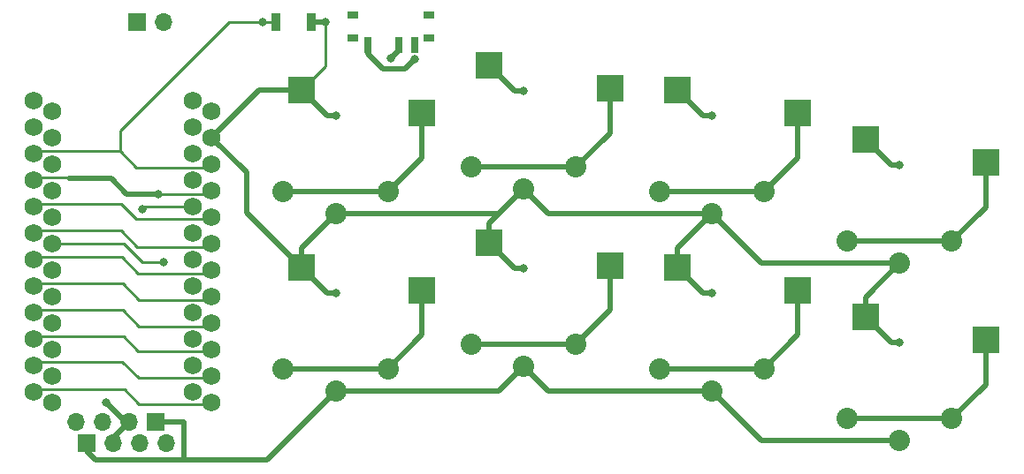
<source format=gbr>
%TF.GenerationSoftware,KiCad,Pcbnew,5.1.8*%
%TF.CreationDate,2021-03-07T13:16:49-06:00*%
%TF.ProjectId,small-paintbrush-hotswap,736d616c-6c2d-4706-9169-6e7462727573,rev?*%
%TF.SameCoordinates,Original*%
%TF.FileFunction,Copper,L2,Bot*%
%TF.FilePolarity,Positive*%
%FSLAX46Y46*%
G04 Gerber Fmt 4.6, Leading zero omitted, Abs format (unit mm)*
G04 Created by KiCad (PCBNEW 5.1.8) date 2021-03-07 13:16:49*
%MOMM*%
%LPD*%
G01*
G04 APERTURE LIST*
%TA.AperFunction,SMDPad,CuDef*%
%ADD10R,1.000000X0.800000*%
%TD*%
%TA.AperFunction,SMDPad,CuDef*%
%ADD11R,0.700000X1.500000*%
%TD*%
%TA.AperFunction,ComponentPad*%
%ADD12C,1.752600*%
%TD*%
%TA.AperFunction,ComponentPad*%
%ADD13C,2.032000*%
%TD*%
%TA.AperFunction,SMDPad,CuDef*%
%ADD14R,2.600000X2.600000*%
%TD*%
%TA.AperFunction,ComponentPad*%
%ADD15O,1.700000X1.700000*%
%TD*%
%TA.AperFunction,ComponentPad*%
%ADD16R,1.700000X1.700000*%
%TD*%
%TA.AperFunction,SMDPad,CuDef*%
%ADD17R,0.900000X1.700000*%
%TD*%
%TA.AperFunction,ViaPad*%
%ADD18C,0.800000*%
%TD*%
%TA.AperFunction,Conductor*%
%ADD19C,0.508000*%
%TD*%
%TA.AperFunction,Conductor*%
%ADD20C,0.254000*%
%TD*%
G04 APERTURE END LIST*
D10*
%TO.P,SW1,*%
%TO.N,*%
X107551737Y-22679425D03*
X114851737Y-22679425D03*
X114851737Y-20469425D03*
X107551737Y-20469425D03*
D11*
%TO.P,SW1,3*%
%TO.N,Net-(SW1-Pad3)*%
X113451737Y-23329425D03*
%TO.P,SW1,2*%
%TO.N,Net-(J1-Pad2)*%
X111951737Y-23329425D03*
%TO.P,SW1,1*%
%TO.N,Net-(J1-Pad1)*%
X108951737Y-23329425D03*
%TD*%
D12*
%TO.P,U2,1*%
%TO.N,Net-(U2-Pad1)*%
X92221739Y-28629424D03*
%TO.P,U2,2*%
%TO.N,Net-(U2-Pad2)*%
X92221739Y-31169424D03*
%TO.P,U2,3*%
%TO.N,GND*%
X92221739Y-33709424D03*
%TO.P,U2,4*%
X92221739Y-36249424D03*
%TO.P,U2,5*%
%TO.N,SDA*%
X92221739Y-38789424D03*
%TO.P,U2,6*%
%TO.N,SCL*%
X92221739Y-41329424D03*
%TO.P,U2,7*%
%TO.N,Net-(U2-Pad7)*%
X92221739Y-43869424D03*
%TO.P,U2,8*%
%TO.N,Net-(U2-Pad8)*%
X92221739Y-46409424D03*
%TO.P,U2,9*%
%TO.N,Net-(U2-Pad9)*%
X92221739Y-48949424D03*
%TO.P,U2,10*%
%TO.N,Net-(U2-Pad10)*%
X92221739Y-51489424D03*
%TO.P,U2,11*%
%TO.N,Net-(U2-Pad11)*%
X92221739Y-54029424D03*
%TO.P,U2,13*%
%TO.N,R2C4*%
X76981739Y-56569424D03*
%TO.P,U2,14*%
%TO.N,R2C3*%
X76981739Y-54029424D03*
%TO.P,U2,15*%
%TO.N,R2C2*%
X76981739Y-51489424D03*
%TO.P,U2,16*%
%TO.N,R2C1*%
X76981739Y-48949424D03*
%TO.P,U2,17*%
%TO.N,R1C4*%
X76981739Y-46409424D03*
%TO.P,U2,18*%
%TO.N,R1C3*%
X76981739Y-43869424D03*
%TO.P,U2,19*%
%TO.N,R1C2*%
X76981739Y-41329424D03*
%TO.P,U2,20*%
%TO.N,R1C1*%
X76981739Y-38789424D03*
%TO.P,U2,21*%
%TO.N,VCC*%
X76981739Y-36249424D03*
%TO.P,U2,22*%
%TO.N,RST*%
X76981739Y-33709424D03*
%TO.P,U2,23*%
%TO.N,GND*%
X76981739Y-31169424D03*
%TO.P,U2,12*%
%TO.N,Net-(U2-Pad12)*%
X92221739Y-56569424D03*
%TO.P,U2,24*%
%TO.N,Net-(U2-Pad24)*%
X76981739Y-28629424D03*
%TD*%
D13*
%TO.P,KEY3,2*%
%TO.N,R1C3*%
X146901739Y-37399426D03*
%TO.P,KEY3,1*%
%TO.N,GND*%
X141901739Y-39499426D03*
D14*
X138626739Y-27649426D03*
%TO.P,KEY3,2*%
%TO.N,R1C3*%
X150176739Y-29849426D03*
D13*
X136901739Y-37399426D03*
%TD*%
%TO.P,KEY8,2*%
%TO.N,R2C4*%
X164901739Y-59149423D03*
%TO.P,KEY8,1*%
%TO.N,GND*%
X159901739Y-61249423D03*
D14*
X156626739Y-49399423D03*
%TO.P,KEY8,2*%
%TO.N,R2C4*%
X168176739Y-51599423D03*
D13*
X154901739Y-59149423D03*
%TD*%
%TO.P,KEY7,2*%
%TO.N,R2C3*%
X146901739Y-54399426D03*
%TO.P,KEY7,1*%
%TO.N,GND*%
X141901739Y-56499426D03*
D14*
X138626739Y-44649426D03*
%TO.P,KEY7,2*%
%TO.N,R2C3*%
X150176739Y-46849426D03*
D13*
X136901739Y-54399426D03*
%TD*%
%TO.P,KEY6,2*%
%TO.N,R2C2*%
X118901739Y-52019424D03*
D14*
X132176739Y-44469424D03*
%TO.P,KEY6,1*%
%TO.N,GND*%
X120626739Y-42269424D03*
D13*
X123901739Y-54119424D03*
%TO.P,KEY6,2*%
%TO.N,R2C2*%
X128901739Y-52019424D03*
%TD*%
%TO.P,KEY5,2*%
%TO.N,R2C1*%
X110901736Y-54399424D03*
%TO.P,KEY5,1*%
%TO.N,GND*%
X105901736Y-56499424D03*
D14*
X102626736Y-44649424D03*
%TO.P,KEY5,2*%
%TO.N,R2C1*%
X114176736Y-46849424D03*
D13*
X100901736Y-54399424D03*
%TD*%
%TO.P,KEY4,2*%
%TO.N,R1C4*%
X164901737Y-42149424D03*
%TO.P,KEY4,1*%
%TO.N,GND*%
X159901737Y-44249424D03*
D14*
X156626737Y-32399424D03*
%TO.P,KEY4,2*%
%TO.N,R1C4*%
X168176737Y-34599424D03*
D13*
X154901737Y-42149424D03*
%TD*%
%TO.P,KEY2,2*%
%TO.N,R1C2*%
X118901737Y-35019424D03*
D14*
X132176737Y-27469424D03*
%TO.P,KEY2,1*%
%TO.N,GND*%
X120626737Y-25269424D03*
D13*
X123901737Y-37119424D03*
%TO.P,KEY2,2*%
%TO.N,R1C2*%
X128901737Y-35019424D03*
%TD*%
%TO.P,KEY1,2*%
%TO.N,R1C1*%
X110901737Y-37399424D03*
%TO.P,KEY1,1*%
%TO.N,GND*%
X105901737Y-39499424D03*
D14*
X102626737Y-27649424D03*
%TO.P,KEY1,2*%
%TO.N,R1C1*%
X114176737Y-29849424D03*
D13*
X100901737Y-37399424D03*
%TD*%
D12*
%TO.P,U1,24*%
%TO.N,Net-(U1-Pad24)*%
X94021737Y-29629424D03*
%TO.P,U1,12*%
%TO.N,Net-(U1-Pad12)*%
X78781737Y-57569424D03*
%TO.P,U1,23*%
%TO.N,GND*%
X94021737Y-32169424D03*
%TO.P,U1,22*%
%TO.N,RST*%
X94021737Y-34709424D03*
%TO.P,U1,21*%
%TO.N,VCC*%
X94021737Y-37249424D03*
%TO.P,U1,20*%
%TO.N,R1C1*%
X94021737Y-39789424D03*
%TO.P,U1,19*%
%TO.N,R1C2*%
X94021737Y-42329424D03*
%TO.P,U1,18*%
%TO.N,R1C3*%
X94021737Y-44869424D03*
%TO.P,U1,17*%
%TO.N,R1C4*%
X94021737Y-47409424D03*
%TO.P,U1,16*%
%TO.N,R2C1*%
X94021737Y-49949424D03*
%TO.P,U1,15*%
%TO.N,R2C2*%
X94021737Y-52489424D03*
%TO.P,U1,14*%
%TO.N,R2C3*%
X94021737Y-55029424D03*
%TO.P,U1,13*%
%TO.N,R2C4*%
X94021737Y-57569424D03*
%TO.P,U1,11*%
%TO.N,Net-(U1-Pad11)*%
X78781737Y-55029424D03*
%TO.P,U1,10*%
%TO.N,Net-(U1-Pad10)*%
X78781737Y-52489424D03*
%TO.P,U1,9*%
%TO.N,Net-(U1-Pad9)*%
X78781737Y-49949424D03*
%TO.P,U1,8*%
%TO.N,Net-(U1-Pad8)*%
X78781737Y-47409424D03*
%TO.P,U1,7*%
%TO.N,Net-(U1-Pad7)*%
X78781737Y-44869424D03*
%TO.P,U1,6*%
%TO.N,SCL*%
X78781737Y-42329424D03*
%TO.P,U1,5*%
%TO.N,SDA*%
X78781737Y-39789424D03*
%TO.P,U1,4*%
%TO.N,GND*%
X78781737Y-37249424D03*
%TO.P,U1,3*%
X78781737Y-34709424D03*
%TO.P,U1,2*%
%TO.N,Net-(U1-Pad2)*%
X78781737Y-32169424D03*
%TO.P,U1,1*%
%TO.N,Net-(U1-Pad1)*%
X78781737Y-29629424D03*
%TD*%
D15*
%TO.P,J3,4*%
%TO.N,SDA*%
X89721739Y-61499424D03*
%TO.P,J3,3*%
%TO.N,SCL*%
X87181739Y-61499424D03*
%TO.P,J3,2*%
%TO.N,VCC*%
X84641739Y-61499424D03*
D16*
%TO.P,J3,1*%
%TO.N,GND*%
X82101739Y-61499424D03*
%TD*%
D15*
%TO.P,J2,4*%
%TO.N,SDA*%
X81081737Y-59499424D03*
%TO.P,J2,3*%
%TO.N,SCL*%
X83621737Y-59499424D03*
%TO.P,J2,2*%
%TO.N,VCC*%
X86161737Y-59499424D03*
D16*
%TO.P,J2,1*%
%TO.N,GND*%
X88701737Y-59499424D03*
%TD*%
D17*
%TO.P,PUSH1,2*%
%TO.N,GND*%
X103601737Y-21099425D03*
%TO.P,PUSH1,1*%
%TO.N,RST*%
X100201737Y-21099425D03*
%TD*%
D15*
%TO.P,J1,2*%
%TO.N,Net-(J1-Pad2)*%
X89441736Y-21099424D03*
D16*
%TO.P,J1,1*%
%TO.N,Net-(J1-Pad1)*%
X86901736Y-21099424D03*
%TD*%
D18*
%TO.N,GND*%
X159901739Y-34849425D03*
X141901739Y-30099424D03*
X123901737Y-27719424D03*
X105901739Y-30099426D03*
X105901739Y-47099426D03*
X123901738Y-44719424D03*
X141901739Y-47099424D03*
X159901738Y-51849425D03*
X104901739Y-21099425D03*
%TO.N,VCC*%
X83901738Y-57599424D03*
X88915038Y-37586123D03*
%TO.N,Net-(J1-Pad2)*%
X111201739Y-24599424D03*
%TO.N,Net-(J1-Pad1)*%
X113451737Y-24679443D03*
%TO.N,SDA*%
X87401739Y-39099424D03*
%TO.N,SCL*%
X89426738Y-44124425D03*
%TO.N,RST*%
X98901737Y-21099424D03*
%TD*%
D19*
%TO.N,GND*%
X156626739Y-32399423D02*
X159076737Y-34849424D01*
X159076737Y-34849424D02*
X159901739Y-34849425D01*
X138626739Y-27649425D02*
X141076738Y-30099425D01*
X141076738Y-30099425D02*
X141901739Y-30099424D01*
X120626739Y-25269424D02*
X123076737Y-27719425D01*
X123076737Y-27719425D02*
X123901737Y-27719424D01*
X102626736Y-27649424D02*
X105076737Y-30099424D01*
X105076737Y-30099424D02*
X105901739Y-30099426D01*
X102626739Y-44649423D02*
X105076738Y-47099424D01*
X105076738Y-47099424D02*
X105901739Y-47099426D01*
X120626739Y-42269424D02*
X123076737Y-44719424D01*
X123076737Y-44719424D02*
X123901738Y-44719424D01*
X138626737Y-44649425D02*
X141076739Y-47099425D01*
X141076739Y-47099425D02*
X141901739Y-47099424D01*
X98541737Y-27649424D02*
X102626736Y-27649424D01*
X94021739Y-32169424D02*
X98541737Y-27649424D01*
X159076736Y-51849424D02*
X159901738Y-51849425D01*
X156626738Y-49399423D02*
X159076736Y-51849424D01*
X156626738Y-47524423D02*
X159901738Y-44249424D01*
X156626738Y-49399423D02*
X156626738Y-47524423D01*
X138626739Y-42774425D02*
X141901739Y-39499423D01*
X138626737Y-44649425D02*
X138626739Y-42774425D01*
X102626737Y-42774424D02*
X105901739Y-39499424D01*
X102626739Y-44649423D02*
X102626737Y-42774424D01*
X94021739Y-32169424D02*
X97401738Y-35549424D01*
X97401739Y-39424423D02*
X102626739Y-44649423D01*
X97401738Y-35549424D02*
X97401739Y-39424423D01*
X121521737Y-56499424D02*
X123901738Y-54119425D01*
X105901738Y-56499424D02*
X121521737Y-56499424D01*
X126281737Y-56499425D02*
X141901739Y-56499423D01*
X123901738Y-54119425D02*
X126281737Y-56499425D01*
X146651737Y-61249424D02*
X159901739Y-61249425D01*
X141901739Y-56499423D02*
X146651737Y-61249424D01*
X121521738Y-39499424D02*
X123901739Y-37119425D01*
X105901739Y-39499424D02*
X121521738Y-39499424D01*
X126281739Y-39499425D02*
X141901739Y-39499423D01*
X123901739Y-37119425D02*
X126281739Y-39499425D01*
X146651739Y-44249423D02*
X159901738Y-44249424D01*
X141901739Y-39499423D02*
X146651739Y-44249423D01*
X120626739Y-40394424D02*
X121521738Y-39499424D01*
X120626739Y-42269424D02*
X120626739Y-40394424D01*
X91401736Y-59499425D02*
X88701739Y-59499424D01*
X91401739Y-63099424D02*
X91401736Y-59499425D01*
X82901738Y-63099424D02*
X91401739Y-63099424D01*
X82101738Y-62299424D02*
X82901738Y-63099424D01*
X82101738Y-61499424D02*
X82101738Y-62299424D01*
X105901738Y-56499424D02*
X99301738Y-63099423D01*
X92901739Y-63099424D02*
X91401739Y-63099424D01*
X92874705Y-63126456D02*
X92901739Y-63099424D01*
X99301738Y-63099423D02*
X92901739Y-63099424D01*
X103601738Y-21099424D02*
X104901739Y-21099425D01*
D20*
X104901739Y-25374422D02*
X102626737Y-27649424D01*
X104901739Y-21099425D02*
X104901739Y-25374422D01*
D19*
%TO.N,R1C1*%
X110901739Y-37399424D02*
X100901739Y-37399423D01*
X114176737Y-34124425D02*
X110901739Y-37399424D01*
X114176739Y-29849424D02*
X114176737Y-34124425D01*
D20*
X86795038Y-39992725D02*
X93818438Y-39992724D01*
X93818438Y-39992724D02*
X94021736Y-39789425D01*
X85388436Y-38586122D02*
X86795038Y-39992725D01*
X77185039Y-38586124D02*
X85388436Y-38586122D01*
X76981737Y-38789424D02*
X77185039Y-38586124D01*
D19*
%TO.N,R1C2*%
X128901739Y-35019425D02*
X118901739Y-35019424D01*
X132176739Y-31744423D02*
X128901739Y-35019425D01*
X132176737Y-27469424D02*
X132176739Y-31744423D01*
D20*
X93685040Y-42666123D02*
X94021737Y-42329424D01*
X86901737Y-42666123D02*
X93685040Y-42666123D01*
X85361739Y-41126123D02*
X86901737Y-42666123D01*
X77185040Y-41126123D02*
X85361739Y-41126123D01*
X76981737Y-41329424D02*
X77185040Y-41126123D01*
D19*
%TO.N,R1C3*%
X146901739Y-37399423D02*
X136901737Y-37399425D01*
X150176738Y-34124424D02*
X146901739Y-37399423D01*
X150176739Y-29849424D02*
X150176738Y-34124424D01*
D20*
X93685039Y-45206123D02*
X94021739Y-44869424D01*
X87008436Y-45206123D02*
X93685039Y-45206123D01*
X85468438Y-43666122D02*
X87008436Y-45206123D01*
X77185039Y-43666123D02*
X85468438Y-43666122D01*
X76981739Y-43869424D02*
X77185039Y-43666123D01*
D19*
%TO.N,R1C4*%
X164901738Y-42149424D02*
X154901738Y-42149423D01*
X168176739Y-38874424D02*
X164901738Y-42149424D01*
X168176738Y-34599424D02*
X168176739Y-38874424D01*
D20*
X93685040Y-47746124D02*
X94021737Y-47409423D01*
X87048436Y-47746124D02*
X93685040Y-47746124D01*
X85508436Y-46206122D02*
X87048436Y-47746124D01*
X77185040Y-46206124D02*
X85508436Y-46206122D01*
X76981738Y-46409424D02*
X77185040Y-46206124D01*
D19*
%TO.N,R2C1*%
X110901737Y-54399424D02*
X100901738Y-54399424D01*
X114176739Y-51124424D02*
X110901737Y-54399424D01*
X114176737Y-46849424D02*
X114176739Y-51124424D01*
D20*
X93685040Y-50286122D02*
X94021737Y-49949424D01*
X87088435Y-50286123D02*
X93685040Y-50286122D01*
X77185039Y-48746122D02*
X85548437Y-48746123D01*
X85548437Y-48746123D02*
X87088435Y-50286123D01*
X76981739Y-48949425D02*
X77185039Y-48746122D01*
D19*
%TO.N,R2C2*%
X128901737Y-52019424D02*
X118901738Y-52019424D01*
X132176738Y-48744423D02*
X128901737Y-52019424D01*
X132176738Y-44469423D02*
X132176738Y-48744423D01*
D20*
X93818438Y-52692724D02*
X94021737Y-52489425D01*
X86995038Y-52692725D02*
X93818438Y-52692724D01*
X85588438Y-51286122D02*
X86995038Y-52692725D01*
X77185037Y-51286124D02*
X85588438Y-51286122D01*
X76981739Y-51489424D02*
X77185037Y-51286124D01*
D19*
%TO.N,R2C3*%
X136901737Y-54399425D02*
X146901738Y-54399423D01*
X150176737Y-51124424D02*
X146901738Y-54399423D01*
X150176739Y-46849424D02*
X150176737Y-51124424D01*
D20*
X87035038Y-55232725D02*
X93818436Y-55232726D01*
X85495040Y-53692724D02*
X87035038Y-55232725D01*
X77318438Y-53692725D02*
X85495040Y-53692724D01*
X93818436Y-55232726D02*
X94021738Y-55029423D01*
X76981737Y-54029424D02*
X77318438Y-53692725D01*
D19*
%TO.N,R2C4*%
X154901737Y-59149424D02*
X164901738Y-59149425D01*
X168176739Y-55874424D02*
X164901738Y-59149425D01*
X168176737Y-51599424D02*
X168176739Y-55874424D01*
D20*
X77185040Y-56366122D02*
X76981739Y-56569424D01*
X85668437Y-56366123D02*
X77185040Y-56366122D01*
X87075040Y-57772725D02*
X85668437Y-56366123D01*
X93818438Y-57772725D02*
X87075040Y-57772725D01*
X94021739Y-57569424D02*
X93818438Y-57772725D01*
D19*
%TO.N,VCC*%
X84641739Y-61019424D02*
X86161737Y-59499424D01*
X84641738Y-61499425D02*
X84641739Y-61019424D01*
D20*
X93685038Y-37586123D02*
X94021738Y-37249423D01*
D19*
X85801738Y-59499423D02*
X83901738Y-57599424D01*
X86161737Y-59499424D02*
X85801738Y-59499423D01*
D20*
X88915038Y-37586123D02*
X93685038Y-37586123D01*
D19*
X88915038Y-37586123D02*
X85888437Y-37586122D01*
X85888437Y-37586122D02*
X84401738Y-36099423D01*
X84401738Y-36099423D02*
X80401737Y-36099424D01*
D20*
X77185040Y-36046122D02*
X76981739Y-36249425D01*
X80348435Y-36046124D02*
X77185040Y-36046122D01*
X80401737Y-36099424D02*
X80348435Y-36046124D01*
D19*
%TO.N,Net-(J1-Pad2)*%
X111951739Y-23849424D02*
X111201739Y-24599424D01*
X111951739Y-23329424D02*
X111951739Y-23849424D01*
%TO.N,Net-(J1-Pad1)*%
X112531756Y-25599424D02*
X113451737Y-24679443D01*
X108951739Y-24149427D02*
X110401736Y-25599424D01*
X110401736Y-25599424D02*
X112531756Y-25599424D01*
X108951739Y-23329426D02*
X108951739Y-24149427D01*
D20*
%TO.N,SDA*%
X87711737Y-38789425D02*
X87401739Y-39099424D01*
X92221739Y-38789425D02*
X87711737Y-38789425D01*
%TO.N,SCL*%
X85631737Y-42329423D02*
X87426738Y-44124424D01*
X87426738Y-44124424D02*
X89426738Y-44124425D01*
X78781737Y-42329424D02*
X85631737Y-42329423D01*
%TO.N,RST*%
X93685040Y-35046124D02*
X94021737Y-34709424D01*
X86848435Y-35046124D02*
X93685040Y-35046124D01*
X85308438Y-33506124D02*
X86848435Y-35046124D01*
X77185040Y-33506124D02*
X85308438Y-33506124D01*
X76981737Y-33709424D02*
X77185040Y-33506124D01*
X100201739Y-21099423D02*
X98901737Y-21099424D01*
X85308436Y-31492726D02*
X95701738Y-21099424D01*
X95701738Y-21099424D02*
X98901737Y-21099424D01*
X85308438Y-33506124D02*
X85308436Y-31492726D01*
%TD*%
M02*

</source>
